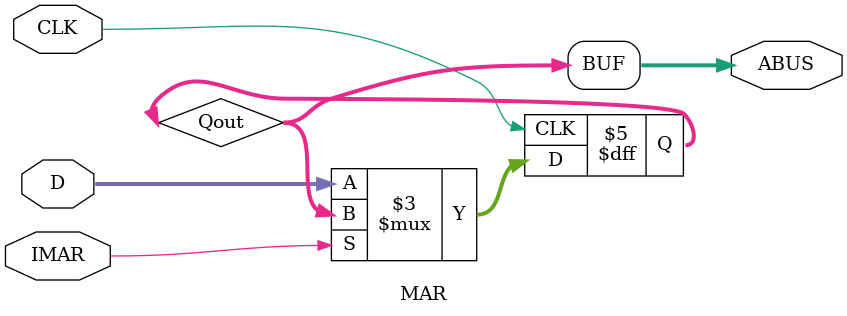
<source format=v>
`timescale 1ns / 1ps

module MAR(
    input wire IMAR,
    input wire CLK,
    input wire [3:0] D,
    output wire [3:0] ABUS
    );
reg [3:0] Qout;
always  @ ( posedge CLK )
begin
    if(~IMAR)
    begin
        Qout<=D;
    end
end
assign ABUS=Qout;
endmodule


</source>
